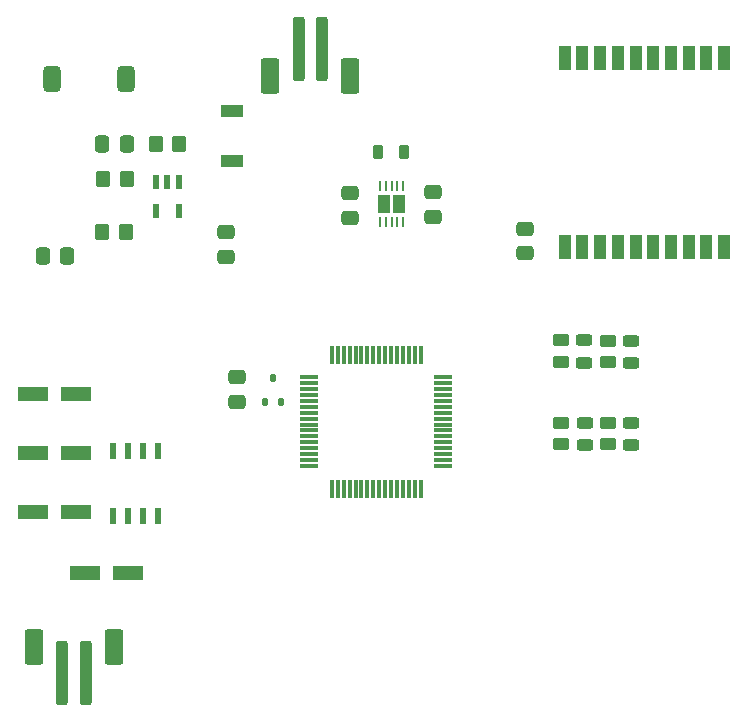
<source format=gbr>
%TF.GenerationSoftware,KiCad,Pcbnew,8.0.5*%
%TF.CreationDate,2024-10-17T12:46:32-04:00*%
%TF.ProjectId,PCB,5043422e-6b69-4636-9164-5f7063625858,rev?*%
%TF.SameCoordinates,Original*%
%TF.FileFunction,Paste,Top*%
%TF.FilePolarity,Positive*%
%FSLAX46Y46*%
G04 Gerber Fmt 4.6, Leading zero omitted, Abs format (unit mm)*
G04 Created by KiCad (PCBNEW 8.0.5) date 2024-10-17 12:46:32*
%MOMM*%
%LPD*%
G01*
G04 APERTURE LIST*
G04 Aperture macros list*
%AMRoundRect*
0 Rectangle with rounded corners*
0 $1 Rounding radius*
0 $2 $3 $4 $5 $6 $7 $8 $9 X,Y pos of 4 corners*
0 Add a 4 corners polygon primitive as box body*
4,1,4,$2,$3,$4,$5,$6,$7,$8,$9,$2,$3,0*
0 Add four circle primitives for the rounded corners*
1,1,$1+$1,$2,$3*
1,1,$1+$1,$4,$5*
1,1,$1+$1,$6,$7*
1,1,$1+$1,$8,$9*
0 Add four rect primitives between the rounded corners*
20,1,$1+$1,$2,$3,$4,$5,0*
20,1,$1+$1,$4,$5,$6,$7,0*
20,1,$1+$1,$6,$7,$8,$9,0*
20,1,$1+$1,$8,$9,$2,$3,0*%
G04 Aperture macros list end*
%ADD10C,0.000000*%
%ADD11RoundRect,0.250000X0.350000X0.450000X-0.350000X0.450000X-0.350000X-0.450000X0.350000X-0.450000X0*%
%ADD12RoundRect,0.218750X-0.218750X-0.381250X0.218750X-0.381250X0.218750X0.381250X-0.218750X0.381250X0*%
%ADD13RoundRect,0.250000X0.450000X-0.262500X0.450000X0.262500X-0.450000X0.262500X-0.450000X-0.262500X0*%
%ADD14R,2.514600X1.219200*%
%ADD15RoundRect,0.375000X-0.375000X-0.725000X0.375000X-0.725000X0.375000X0.725000X-0.375000X0.725000X0*%
%ADD16R,1.000000X2.000000*%
%ADD17RoundRect,0.075000X-0.700000X-0.075000X0.700000X-0.075000X0.700000X0.075000X-0.700000X0.075000X0*%
%ADD18RoundRect,0.075000X-0.075000X-0.700000X0.075000X-0.700000X0.075000X0.700000X-0.075000X0.700000X0*%
%ADD19R,0.558800X1.460500*%
%ADD20RoundRect,0.112500X-0.112500X-0.237500X0.112500X-0.237500X0.112500X0.237500X-0.112500X0.237500X0*%
%ADD21RoundRect,0.250000X-0.350000X-0.450000X0.350000X-0.450000X0.350000X0.450000X-0.350000X0.450000X0*%
%ADD22RoundRect,0.250000X0.250000X2.500000X-0.250000X2.500000X-0.250000X-2.500000X0.250000X-2.500000X0*%
%ADD23RoundRect,0.250000X0.550000X1.250000X-0.550000X1.250000X-0.550000X-1.250000X0.550000X-1.250000X0*%
%ADD24R,0.558800X1.270000*%
%ADD25RoundRect,0.250000X-0.250000X-2.500000X0.250000X-2.500000X0.250000X2.500000X-0.250000X2.500000X0*%
%ADD26RoundRect,0.250000X-0.550000X-1.250000X0.550000X-1.250000X0.550000X1.250000X-0.550000X1.250000X0*%
%ADD27RoundRect,0.250000X-0.475000X0.337500X-0.475000X-0.337500X0.475000X-0.337500X0.475000X0.337500X0*%
%ADD28RoundRect,0.250000X-0.450000X0.262500X-0.450000X-0.262500X0.450000X-0.262500X0.450000X0.262500X0*%
%ADD29RoundRect,0.250000X0.337500X0.475000X-0.337500X0.475000X-0.337500X-0.475000X0.337500X-0.475000X0*%
%ADD30R,0.240000X0.899999*%
%ADD31RoundRect,0.243750X0.456250X-0.243750X0.456250X0.243750X-0.456250X0.243750X-0.456250X-0.243750X0*%
%ADD32RoundRect,0.250000X0.475000X-0.337500X0.475000X0.337500X-0.475000X0.337500X-0.475000X-0.337500X0*%
%ADD33R,1.854200X1.066800*%
G04 APERTURE END LIST*
D10*
%TO.C,U4*%
G36*
X204380001Y-101619998D02*
G01*
X203320000Y-101619998D01*
X203320000Y-100119999D01*
X204380001Y-100119999D01*
X204380001Y-101619998D01*
G37*
G36*
X205639998Y-101619998D02*
G01*
X204579998Y-101619998D01*
X204579998Y-100119999D01*
X205639998Y-100119999D01*
X205639998Y-101619998D01*
G37*
%TD*%
D11*
%TO.C,R3*%
X182087500Y-98741800D03*
X180087500Y-98741800D03*
%TD*%
D12*
%TO.C,L1*%
X203365000Y-96440000D03*
X205490000Y-96440000D03*
%TD*%
D13*
%TO.C,R6*%
X218806638Y-114231597D03*
X218806638Y-112406597D03*
%TD*%
D14*
%TO.C,C6*%
X177800000Y-121920000D03*
X174091600Y-121920000D03*
%TD*%
D15*
%TO.C,L2*%
X175700000Y-90241800D03*
X182000000Y-90241800D03*
%TD*%
D16*
%TO.C,U2*%
X219140000Y-104520000D03*
X220640000Y-104520000D03*
X222140000Y-104520000D03*
X223640000Y-104520000D03*
X225140000Y-104520000D03*
X226640000Y-104520000D03*
X228140000Y-104520000D03*
X229640000Y-104520000D03*
X231140000Y-104520000D03*
X232640000Y-104520000D03*
X232640000Y-88520000D03*
X231140000Y-88520000D03*
X229640000Y-88520000D03*
X228140000Y-88520000D03*
X226640000Y-88520000D03*
X225140000Y-88520000D03*
X223640000Y-88520000D03*
X222140000Y-88520000D03*
X220640000Y-88520000D03*
X219140000Y-88520000D03*
%TD*%
D17*
%TO.C,U1*%
X197505000Y-115535000D03*
X197505000Y-116035000D03*
X197505000Y-116535000D03*
X197505000Y-117035000D03*
X197505000Y-117535000D03*
X197505000Y-118035000D03*
X197505000Y-118535000D03*
X197505000Y-119035000D03*
X197505000Y-119535000D03*
X197505000Y-120035000D03*
X197505000Y-120535000D03*
X197505000Y-121035000D03*
X197505000Y-121535000D03*
X197505000Y-122035000D03*
X197505000Y-122535000D03*
X197505000Y-123035000D03*
D18*
X199430000Y-124960000D03*
X199930000Y-124960000D03*
X200430000Y-124960000D03*
X200930000Y-124960000D03*
X201430000Y-124960000D03*
X201930000Y-124960000D03*
X202430000Y-124960000D03*
X202930000Y-124960000D03*
X203430000Y-124960000D03*
X203930000Y-124960000D03*
X204430000Y-124960000D03*
X204930000Y-124960000D03*
X205430000Y-124960000D03*
X205930000Y-124960000D03*
X206430000Y-124960000D03*
X206930000Y-124960000D03*
D17*
X208855000Y-123035000D03*
X208855000Y-122535000D03*
X208855000Y-122035000D03*
X208855000Y-121535000D03*
X208855000Y-121035000D03*
X208855000Y-120535000D03*
X208855000Y-120035000D03*
X208855000Y-119535000D03*
X208855000Y-119035000D03*
X208855000Y-118535000D03*
X208855000Y-118035000D03*
X208855000Y-117535000D03*
X208855000Y-117035000D03*
X208855000Y-116535000D03*
X208855000Y-116035000D03*
X208855000Y-115535000D03*
D18*
X206930000Y-113610000D03*
X206430000Y-113610000D03*
X205930000Y-113610000D03*
X205430000Y-113610000D03*
X204930000Y-113610000D03*
X204430000Y-113610000D03*
X203930000Y-113610000D03*
X203430000Y-113610000D03*
X202930000Y-113610000D03*
X202430000Y-113610000D03*
X201930000Y-113610000D03*
X201430000Y-113610000D03*
X200930000Y-113610000D03*
X200430000Y-113610000D03*
X199930000Y-113610000D03*
X199430000Y-113610000D03*
%TD*%
D14*
%TO.C,C9*%
X182194200Y-132080000D03*
X178485800Y-132080000D03*
%TD*%
%TO.C,C7*%
X177800000Y-116920000D03*
X174091600Y-116920000D03*
%TD*%
D19*
%TO.C,U8*%
X184705000Y-121815850D03*
X183435000Y-121815850D03*
X182165000Y-121815850D03*
X180895000Y-121815850D03*
X180895000Y-127264150D03*
X182165000Y-127264150D03*
X183435000Y-127264150D03*
X184705000Y-127264150D03*
%TD*%
D20*
%TO.C,U9*%
X193780000Y-117610000D03*
X195080000Y-117610000D03*
X194430000Y-115610000D03*
%TD*%
D21*
%TO.C,R1*%
X180000000Y-103241800D03*
X182000000Y-103241800D03*
%TD*%
D22*
%TO.C,J2*%
X198600000Y-87750000D03*
X196600000Y-87750000D03*
D23*
X201000000Y-90000000D03*
X194200000Y-90000000D03*
%TD*%
D24*
%TO.C,U5*%
X186452500Y-99022600D03*
X185500000Y-99022600D03*
X184547500Y-99022600D03*
X184547500Y-101461000D03*
X186452500Y-101461000D03*
%TD*%
D25*
%TO.C,J3*%
X176586221Y-140594384D03*
X178586221Y-140594384D03*
D26*
X174186221Y-138344384D03*
X180986221Y-138344384D03*
%TD*%
D27*
%TO.C,C5*%
X190500000Y-103241800D03*
X190500000Y-105316800D03*
%TD*%
D28*
%TO.C,R8*%
X222790000Y-112425000D03*
X222790000Y-114250000D03*
%TD*%
D29*
%TO.C,C3*%
X177037500Y-105241800D03*
X174962500Y-105241800D03*
%TD*%
D30*
%TO.C,U4*%
X205479999Y-99320000D03*
X204980000Y-99320000D03*
X204479998Y-99320000D03*
X203979999Y-99320000D03*
X203480000Y-99320000D03*
X203480000Y-102420000D03*
X203979999Y-102420000D03*
X204479998Y-102420000D03*
X204980000Y-102420000D03*
X205479999Y-102420000D03*
%TD*%
D27*
%TO.C,C1*%
X200990000Y-99940000D03*
X200990000Y-102015000D03*
%TD*%
D31*
%TO.C,D6*%
X220828010Y-121243481D03*
X220828010Y-119368481D03*
%TD*%
D32*
%TO.C,C19*%
X191430000Y-117610000D03*
X191430000Y-115535000D03*
%TD*%
D29*
%TO.C,C4*%
X182075000Y-95741800D03*
X180000000Y-95741800D03*
%TD*%
D33*
%TO.C,D3*%
X191000000Y-97241800D03*
X191000000Y-93000000D03*
%TD*%
D14*
%TO.C,C8*%
X177800000Y-126920000D03*
X174091600Y-126920000D03*
%TD*%
D31*
%TO.C,D2*%
X220806638Y-114281597D03*
X220806638Y-112406597D03*
%TD*%
D27*
%TO.C,C2*%
X207990000Y-99865000D03*
X207990000Y-101940000D03*
%TD*%
D31*
%TO.C,D5*%
X224790000Y-114300000D03*
X224790000Y-112425000D03*
%TD*%
%TO.C,D4*%
X224790000Y-121255000D03*
X224790000Y-119380000D03*
%TD*%
D21*
%TO.C,R2*%
X184500000Y-95741800D03*
X186500000Y-95741800D03*
%TD*%
D13*
%TO.C,R9*%
X218828010Y-121193481D03*
X218828010Y-119368481D03*
%TD*%
%TO.C,R7*%
X222790000Y-121205000D03*
X222790000Y-119380000D03*
%TD*%
D32*
%TO.C,C18*%
X215755254Y-105032959D03*
X215755254Y-102957959D03*
%TD*%
M02*

</source>
